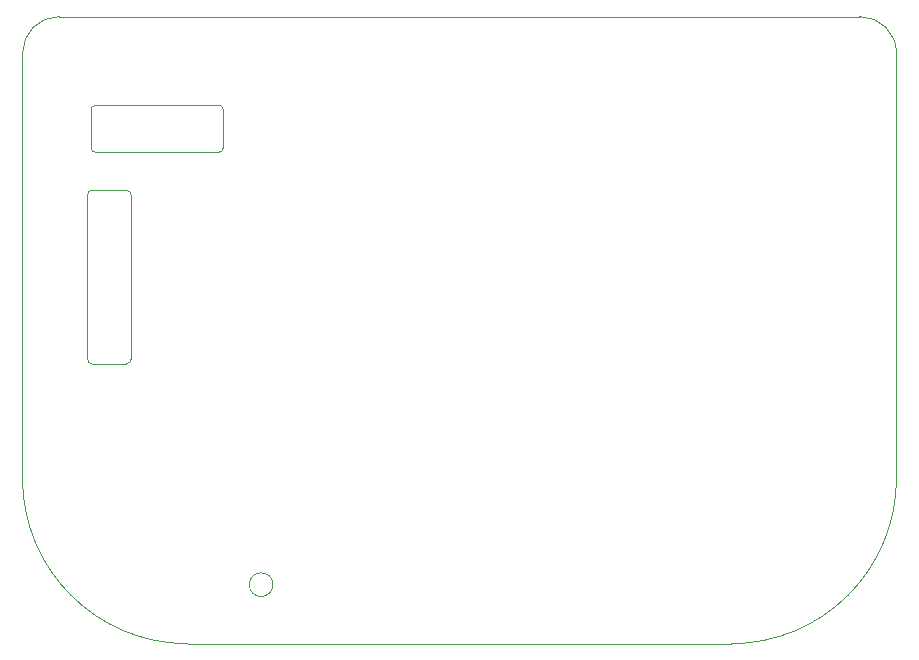
<source format=gm1>
G04 #@! TF.GenerationSoftware,KiCad,Pcbnew,9.0.0*
G04 #@! TF.CreationDate,2025-04-02T18:41:46+03:00*
G04 #@! TF.ProjectId,bbq20_keyboard,62627132-305f-46b6-9579-626f6172642e,2*
G04 #@! TF.SameCoordinates,Original*
G04 #@! TF.FileFunction,Profile,NP*
%FSLAX46Y46*%
G04 Gerber Fmt 4.6, Leading zero omitted, Abs format (unit mm)*
G04 Created by KiCad (PCBNEW 9.0.0) date 2025-04-02 18:41:46*
%MOMM*%
%LPD*%
G01*
G04 APERTURE LIST*
G04 #@! TA.AperFunction,Profile*
%ADD10C,0.100000*%
G04 #@! TD*
G04 APERTURE END LIST*
D10*
X119600000Y-99300000D02*
X116699999Y-99300000D01*
X181700000Y-69900000D02*
G75*
G02*
X184800000Y-73000000I0J-3100000D01*
G01*
X127400000Y-77400000D02*
X117000000Y-77400000D01*
X116600000Y-77800000D02*
G75*
G02*
X117000000Y-77400000I400000J0D01*
G01*
X116999999Y-81400000D02*
X127400000Y-81400000D01*
X181700000Y-69900000D02*
X113900000Y-69900000D01*
X119600001Y-84600000D02*
X116700001Y-84600000D01*
X119600001Y-84600000D02*
G75*
G02*
X120000000Y-85000001I-1J-400000D01*
G01*
X116300000Y-84999999D02*
X116300000Y-98900000D01*
X120000000Y-98900001D02*
G75*
G02*
X119599999Y-99300000I-400000J1D01*
G01*
X116600000Y-77800000D02*
X116600000Y-81000000D01*
X116999999Y-81400000D02*
G75*
G02*
X116600000Y-80999999I1J400000D01*
G01*
X116699999Y-99300000D02*
G75*
G02*
X116300000Y-98899999I1J400000D01*
G01*
X110800000Y-73000000D02*
G75*
G02*
X113900000Y-69900000I3100000J0D01*
G01*
X184800000Y-109000000D02*
G75*
G02*
X170800000Y-123000000I-14000000J0D01*
G01*
X127800000Y-77800000D02*
X127800000Y-81000000D01*
X184800000Y-73000000D02*
X184800000Y-109000000D01*
X120000000Y-85000000D02*
X120000000Y-98900001D01*
X124800000Y-123000000D02*
G75*
G02*
X110800000Y-109000000I0J14000000D01*
G01*
X127400000Y-77400000D02*
G75*
G02*
X127800000Y-77800000I0J-400000D01*
G01*
X116300000Y-84999999D02*
G75*
G02*
X116700001Y-84600000I400000J-1D01*
G01*
X170800000Y-123000000D02*
X124800000Y-123000000D01*
X132000000Y-118000000D02*
G75*
G02*
X130000000Y-118000000I-1000000J0D01*
G01*
X130000000Y-118000000D02*
G75*
G02*
X132000000Y-118000000I1000000J0D01*
G01*
X127800000Y-81000000D02*
G75*
G02*
X127400000Y-81400000I-400000J0D01*
G01*
X110800000Y-109000000D02*
X110800000Y-73000000D01*
M02*

</source>
